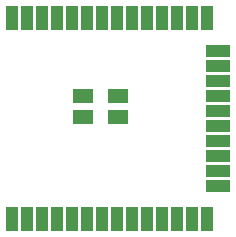
<source format=gbr>
G04 #@! TF.GenerationSoftware,KiCad,Pcbnew,5.1.4*
G04 #@! TF.CreationDate,2019-11-23T22:13:22+01:00*
G04 #@! TF.ProjectId,antivol,616e7469-766f-46c2-9e6b-696361645f70,rev?*
G04 #@! TF.SameCoordinates,Original*
G04 #@! TF.FileFunction,Paste,Bot*
G04 #@! TF.FilePolarity,Positive*
%FSLAX46Y46*%
G04 Gerber Fmt 4.6, Leading zero omitted, Abs format (unit mm)*
G04 Created by KiCad (PCBNEW 5.1.4) date 2019-11-23 22:13:22*
%MOMM*%
%LPD*%
G04 APERTURE LIST*
%ADD10R,1.800000X1.200000*%
%ADD11R,1.001600X2.101600*%
%ADD12R,2.101600X1.001600*%
G04 APERTURE END LIST*
D10*
X60445000Y-107460000D03*
X57445000Y-107460000D03*
X60445000Y-105660000D03*
X57445000Y-105660000D03*
D11*
X51435000Y-99060000D03*
X52705000Y-99060000D03*
X53975000Y-99060000D03*
X55245000Y-99060000D03*
X56515000Y-99060000D03*
X57785000Y-99060000D03*
X59055000Y-99060000D03*
X60325000Y-99060000D03*
X61595000Y-99060000D03*
X62865000Y-99060000D03*
X64135000Y-99060000D03*
X65405000Y-99060000D03*
X66675000Y-99060000D03*
X67945000Y-99060000D03*
D12*
X68945000Y-101860000D03*
X68945000Y-103130000D03*
X68945000Y-104400000D03*
X68945000Y-105670000D03*
X68945000Y-106940000D03*
X68945000Y-108210000D03*
X68945000Y-109480000D03*
X68945000Y-110750000D03*
X68945000Y-112020000D03*
X68945000Y-113290000D03*
D11*
X67945000Y-116060000D03*
X66675000Y-116060000D03*
X65405000Y-116060000D03*
X64135000Y-116060000D03*
X62865000Y-116060000D03*
X61595000Y-116060000D03*
X60325000Y-116060000D03*
X59055000Y-116060000D03*
X57785000Y-116060000D03*
X56515000Y-116060000D03*
X55245000Y-116060000D03*
X53975000Y-116060000D03*
X52705000Y-116060000D03*
X51435000Y-116060000D03*
M02*

</source>
